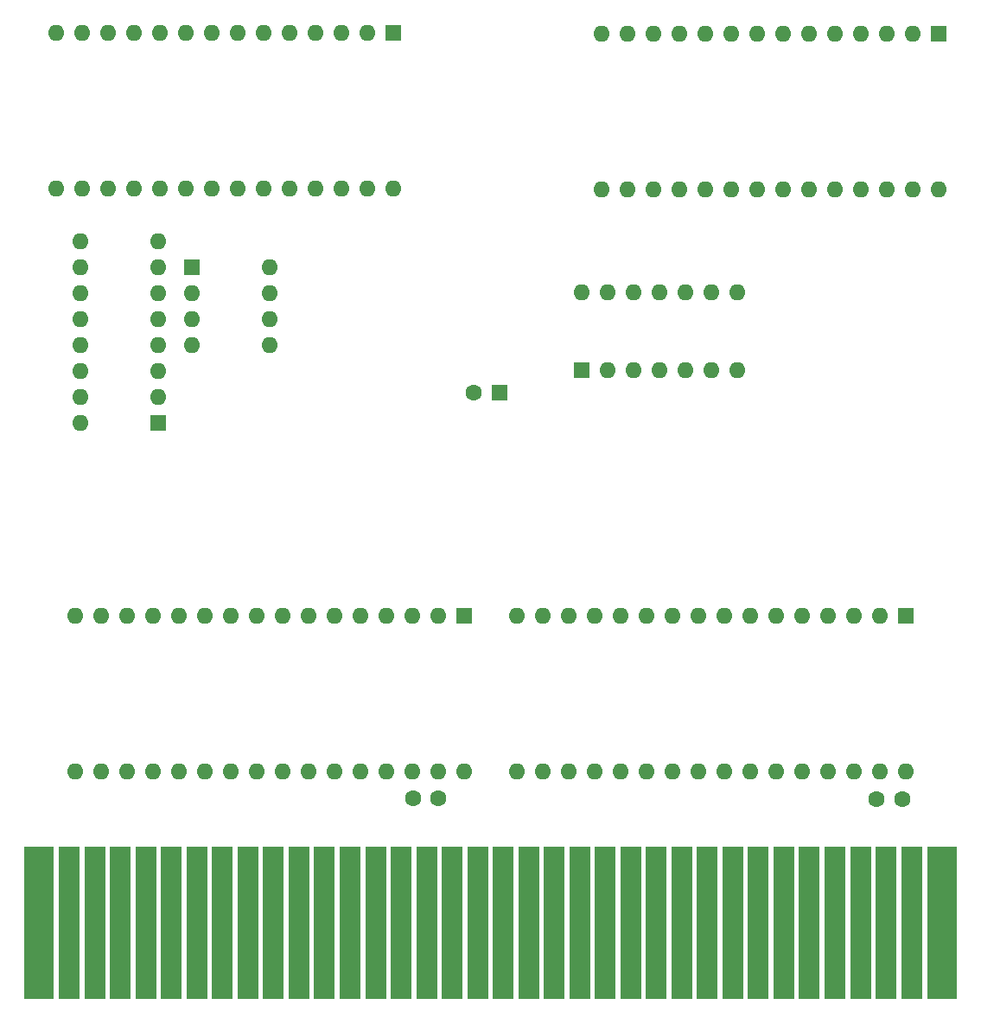
<source format=gbr>
%TF.GenerationSoftware,KiCad,Pcbnew,(7.0.0)*%
%TF.CreationDate,2023-06-26T20:36:10-07:00*%
%TF.ProjectId,AS-NES-Mapper474-SM1,41532d4e-4553-42d4-9d61-707065723437,rev?*%
%TF.SameCoordinates,Original*%
%TF.FileFunction,Soldermask,Bot*%
%TF.FilePolarity,Negative*%
%FSLAX46Y46*%
G04 Gerber Fmt 4.6, Leading zero omitted, Abs format (unit mm)*
G04 Created by KiCad (PCBNEW (7.0.0)) date 2023-06-26 20:36:10*
%MOMM*%
%LPD*%
G01*
G04 APERTURE LIST*
%ADD10C,1.600000*%
%ADD11R,1.600000X1.600000*%
%ADD12O,1.600000X1.600000*%
%ADD13R,3.000000X15.000000*%
%ADD14R,2.000000X15.000000*%
G04 APERTURE END LIST*
D10*
%TO.C,C2*%
X142850000Y-127770000D03*
X140350000Y-127770000D03*
%TD*%
D11*
%TO.C,U2*%
X100006699Y-109889999D03*
D12*
X97466699Y-109889999D03*
X94926699Y-109889999D03*
X92386699Y-109889999D03*
X89846699Y-109889999D03*
X87306699Y-109889999D03*
X84766699Y-109889999D03*
X82226699Y-109889999D03*
X79686699Y-109889999D03*
X77146699Y-109889999D03*
X74606699Y-109889999D03*
X72066699Y-109889999D03*
X69526699Y-109889999D03*
X66986699Y-109889999D03*
X64446699Y-109889999D03*
X61906699Y-109889999D03*
X61906699Y-125129999D03*
X64446699Y-125129999D03*
X66986699Y-125129999D03*
X69526699Y-125129999D03*
X72066699Y-125129999D03*
X74606699Y-125129999D03*
X77146699Y-125129999D03*
X79686699Y-125129999D03*
X82226699Y-125129999D03*
X84766699Y-125129999D03*
X87306699Y-125129999D03*
X89846699Y-125129999D03*
X92386699Y-125129999D03*
X94926699Y-125129999D03*
X97466699Y-125129999D03*
X100006699Y-125129999D03*
%TD*%
D13*
%TO.C,J1*%
X146786599Y-139928599D03*
D14*
X143786599Y-139903599D03*
X141286599Y-139903599D03*
X138786599Y-139903599D03*
X136286599Y-139903599D03*
X133786599Y-139903599D03*
X131286599Y-139903599D03*
X128786599Y-139903599D03*
X126286599Y-139903599D03*
X123786599Y-139928599D03*
X121286599Y-139878599D03*
X118786599Y-139928599D03*
X116286599Y-139903599D03*
X113786599Y-139928599D03*
X111286599Y-139928599D03*
X108786599Y-139903599D03*
X106286599Y-139878599D03*
X103786599Y-139903599D03*
X101286599Y-139903599D03*
X98786599Y-139903599D03*
X96286599Y-139903599D03*
X93786599Y-139903599D03*
X91286599Y-139878599D03*
X88786599Y-139878599D03*
X86286599Y-139903599D03*
X83786599Y-139903599D03*
X81286599Y-139903599D03*
X78786599Y-139928599D03*
X76286599Y-139928599D03*
X73786599Y-139903599D03*
X71286599Y-139878599D03*
X68786599Y-139878599D03*
X66286599Y-139878599D03*
X63786599Y-139878599D03*
X61286599Y-139903599D03*
D13*
X58286599Y-139903599D03*
%TD*%
D11*
%TO.C,U5*%
X69969999Y-90959999D03*
D12*
X69969999Y-88419999D03*
X69969999Y-85879999D03*
X69969999Y-83339999D03*
X69969999Y-80799999D03*
X69969999Y-78259999D03*
X69969999Y-75719999D03*
X69969999Y-73179999D03*
X62349999Y-73179999D03*
X62349999Y-75719999D03*
X62349999Y-78259999D03*
X62349999Y-80799999D03*
X62349999Y-83339999D03*
X62349999Y-85879999D03*
X62349999Y-88419999D03*
X62349999Y-90959999D03*
%TD*%
D11*
%TO.C,C1*%
X103405112Y-88029999D03*
D10*
X100905113Y-88030000D03*
%TD*%
D11*
%TO.C,U1*%
X143249999Y-109889999D03*
D12*
X140709999Y-109889999D03*
X138169999Y-109889999D03*
X135629999Y-109889999D03*
X133089999Y-109889999D03*
X130549999Y-109889999D03*
X128009999Y-109889999D03*
X125469999Y-109889999D03*
X122929999Y-109889999D03*
X120389999Y-109889999D03*
X117849999Y-109889999D03*
X115309999Y-109889999D03*
X112769999Y-109889999D03*
X110229999Y-109889999D03*
X107689999Y-109889999D03*
X105149999Y-109889999D03*
X105149999Y-125129999D03*
X107689999Y-125129999D03*
X110229999Y-125129999D03*
X112769999Y-125129999D03*
X115309999Y-125129999D03*
X117849999Y-125129999D03*
X120389999Y-125129999D03*
X122929999Y-125129999D03*
X125469999Y-125129999D03*
X128009999Y-125129999D03*
X130549999Y-125129999D03*
X133089999Y-125129999D03*
X135629999Y-125129999D03*
X138169999Y-125129999D03*
X140709999Y-125129999D03*
X143249999Y-125129999D03*
%TD*%
D10*
%TO.C,C3*%
X97440000Y-127720000D03*
X94940000Y-127720000D03*
%TD*%
D11*
%TO.C,U10*%
X146459999Y-52884999D03*
D12*
X143919999Y-52884999D03*
X141379999Y-52884999D03*
X138839999Y-52884999D03*
X136299999Y-52884999D03*
X133759999Y-52884999D03*
X131219999Y-52884999D03*
X128679999Y-52884999D03*
X126139999Y-52884999D03*
X123599999Y-52884999D03*
X121059999Y-52884999D03*
X118519999Y-52884999D03*
X115979999Y-52884999D03*
X113439999Y-52884999D03*
X113439999Y-68124999D03*
X115979999Y-68124999D03*
X118519999Y-68124999D03*
X121059999Y-68124999D03*
X123599999Y-68124999D03*
X126139999Y-68124999D03*
X128679999Y-68124999D03*
X131219999Y-68124999D03*
X133759999Y-68124999D03*
X136299999Y-68124999D03*
X138839999Y-68124999D03*
X141379999Y-68124999D03*
X143919999Y-68124999D03*
X146459999Y-68124999D03*
%TD*%
D11*
%TO.C,U6*%
X73259999Y-75719999D03*
D12*
X73259999Y-78259999D03*
X73259999Y-80799999D03*
X73259999Y-83339999D03*
X80879999Y-83339999D03*
X80879999Y-80799999D03*
X80879999Y-78259999D03*
X80879999Y-75719999D03*
%TD*%
D11*
%TO.C,U9*%
X93039999Y-52754999D03*
D12*
X90499999Y-52754999D03*
X87959999Y-52754999D03*
X85419999Y-52754999D03*
X82879999Y-52754999D03*
X80339999Y-52754999D03*
X77799999Y-52754999D03*
X75259999Y-52754999D03*
X72719999Y-52754999D03*
X70179999Y-52754999D03*
X67639999Y-52754999D03*
X65099999Y-52754999D03*
X62559999Y-52754999D03*
X60019999Y-52754999D03*
X60019999Y-67994999D03*
X62559999Y-67994999D03*
X65099999Y-67994999D03*
X67639999Y-67994999D03*
X70179999Y-67994999D03*
X72719999Y-67994999D03*
X75259999Y-67994999D03*
X77799999Y-67994999D03*
X80339999Y-67994999D03*
X82879999Y-67994999D03*
X85419999Y-67994999D03*
X87959999Y-67994999D03*
X90499999Y-67994999D03*
X93039999Y-67994999D03*
%TD*%
D11*
%TO.C,U11*%
X111474999Y-85779999D03*
D12*
X114014999Y-85779999D03*
X116554999Y-85779999D03*
X119094999Y-85779999D03*
X121634999Y-85779999D03*
X124174999Y-85779999D03*
X126714999Y-85779999D03*
X126714999Y-78159999D03*
X124174999Y-78159999D03*
X121634999Y-78159999D03*
X119094999Y-78159999D03*
X116554999Y-78159999D03*
X114014999Y-78159999D03*
X111474999Y-78159999D03*
%TD*%
M02*

</source>
